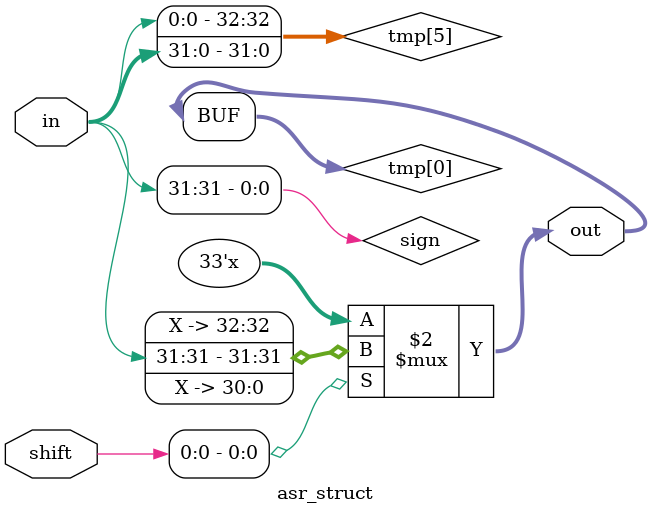
<source format=v>
module asr_struct
#( 
  parameter CTRL=5, 
  parameter WIDTH=2**CTRL
)
( 
  input   [WIDTH-1:0] in,
  input   [ CTRL-1:0] shift,
  output  [WIDTH:0] out 
);
  wire sign = in[WIDTH -1];
  wire [WIDTH:0] tmp [CTRL:0];
  assign tmp[CTRL] = {in[0], in};
  assign out = tmp[0];
  genvar i;
  generate
    for (i = 0; i < CTRL; i = i + 1) begin: mux
      assign tmp[i] = shift[i] ? {tmp[i+1][(2**i)-1], {(2**i){sign}}, tmp[i+1][WIDTH-1:(2**i)]} : tmp[i+1];
    end
  endgenerate
endmodule
</source>
